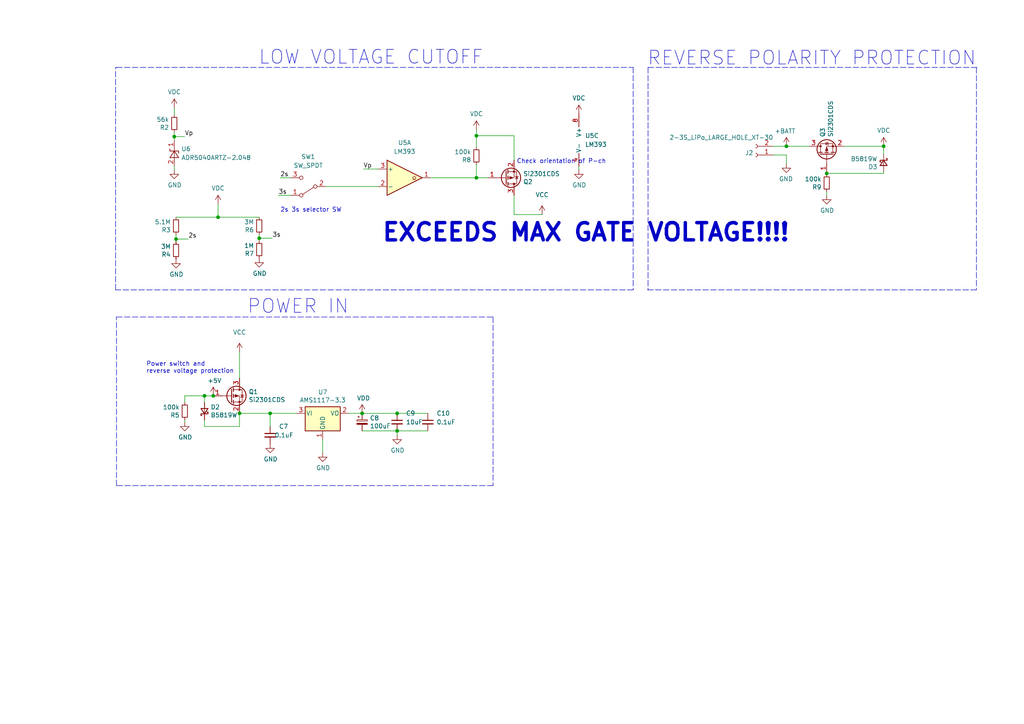
<source format=kicad_sch>
(kicad_sch (version 20211123) (generator eeschema)
  (paper "A4")
  (lib_symbols
    (symbol "Comparator:LM393" (pin_names (offset 0.127))
      (property "Reference" "U" (at 3.81 3.81 0))
      (property "Value" "LM393" (at 6.35 -3.81 0))
      (symbol "LM393_1_1"
        (polyline (pts (xy -5.08 5.08) (xy 5.08 0) (xy -5.08 -5.08) (xy -5.08 5.08)) (stroke (width 0.254)) (fill (type background)))
        (polyline (pts (xy 3.302 -0.508) (xy 2.794 -0.508) (xy 3.302 0) (xy 2.794 0.508) (xy 2.286 0) (xy 2.794 -0.508) (xy 2.286 -0.508)) (stroke (width 0.127)))
        (pin open_collector line (at 7.62 0 180) (length 2.54) (name "~") (number "1"))
        (pin input line (at -7.62 -2.54 0) (length 2.54) (name "-") (number "2"))
        (pin input line (at -7.62 2.54 0) (length 2.54) (name "+") (number "3"))
      )
      (symbol "LM393_2_1"
        (polyline (pts (xy -5.08 5.08) (xy 5.08 0) (xy -5.08 -5.08) (xy -5.08 5.08)) (stroke (width 0.254)) (fill (type background)))
        (polyline (pts (xy 3.302 -0.508) (xy 2.794 -0.508) (xy 3.302 0) (xy 2.794 0.508) (xy 2.286 0) (xy 2.794 -0.508) (xy 2.286 -0.508)) (stroke (width 0.127)))
        (pin input line (at -7.62 2.54 0) (length 2.54) (name "+") (number "5"))
        (pin input line (at -7.62 -2.54 0) (length 2.54) (name "_") (number "6"))
        (pin open_collector line (at 7.62 0 180) (length 2.54) (name "~") (number "7"))
      )
      (symbol "LM393_3_1"
        (pin power_in line (at -2.54 -7.62 90) (length 3.81) (name "V-") (number "4"))
        (pin power_in line (at -2.54 7.62 270) (length 3.81) (name "V+") (number "8"))
      )
    )
    (symbol "Connector:Conn_01x02_Female" (pin_names (offset 1.016) hide)
      (property "Reference" "J" (at 0 2.54 0))
      (property "Value" "Conn_01x02_Female" (at 0 -5.08 0))
      (symbol "Conn_01x02_Female_1_1"
        (arc (start 0 -2.032) (mid -0.508 -2.54) (end 0 -3.048) (stroke (width 0.1524)))
        (polyline (pts (xy -1.27 -2.54) (xy -0.508 -2.54)) (stroke (width 0.1524)))
        (polyline (pts (xy -1.27 0) (xy -0.508 0)) (stroke (width 0.1524)))
        (arc (start 0 0.508) (mid -0.508 0) (end 0 -0.508) (stroke (width 0.1524)))
        (pin passive line (at -5.08 0 0) (length 3.81) (name "Pin_1") (number "1"))
        (pin passive line (at -5.08 -2.54 0) (length 3.81) (name "Pin_2") (number "2"))
      )
    )
    (symbol "Device:CP_Small" (pin_numbers hide) (pin_names (offset 0.254) hide)
      (property "Reference" "C" (at 0.254 1.778 0))
      (property "Value" "Device_CP_Small" (at 0.254 -2.032 0))
      (symbol "CP_Small_0_1"
        (rectangle (start -1.524 -0.3048) (end 1.524 -0.6858) (fill (type outline)))
        (rectangle (start -1.524 0.6858) (end 1.524 0.3048))
        (polyline (pts (xy -1.27 1.524) (xy -0.762 1.524)))
        (polyline (pts (xy -1.016 1.27) (xy -1.016 1.778)))
      )
      (symbol "CP_Small_1_1"
        (pin passive line (at 0 2.54 270) (length 1.8542) (name "~") (number "1"))
        (pin passive line (at 0 -2.54 90) (length 1.8542) (name "~") (number "2"))
      )
    )
    (symbol "Device:C_Small" (pin_numbers hide) (pin_names (offset 0.254) hide)
      (property "Reference" "C" (at 0.254 1.778 0))
      (property "Value" "C_Small" (at 0.254 -2.032 0))
      (symbol "C_Small_0_1"
        (polyline (pts (xy -1.524 -0.508) (xy 1.524 -0.508)) (stroke (width 0.3302)))
        (polyline (pts (xy -1.524 0.508) (xy 1.524 0.508)) (stroke (width 0.3048)))
      )
      (symbol "C_Small_1_1"
        (pin passive line (at 0 2.54 270) (length 2.032) (name "~") (number "1"))
        (pin passive line (at 0 -2.54 90) (length 2.032) (name "~") (number "2"))
      )
    )
    (symbol "Device:D_Schottky_Small" (pin_numbers hide) (pin_names (offset 0.254) hide)
      (property "Reference" "D" (at -1.27 2.032 0))
      (property "Value" "D_Schottky_Small" (at -7.112 -2.032 0))
      (symbol "D_Schottky_Small_0_1"
        (polyline (pts (xy -0.762 0) (xy 0.762 0)))
        (polyline (pts (xy 0.762 -1.016) (xy -0.762 0) (xy 0.762 1.016) (xy 0.762 -1.016)) (stroke (width 0.254)))
        (polyline (pts (xy -1.27 0.762) (xy -1.27 1.016) (xy -0.762 1.016) (xy -0.762 -1.016) (xy -0.254 -1.016) (xy -0.254 -0.762)) (stroke (width 0.254)))
      )
      (symbol "D_Schottky_Small_1_1"
        (pin passive line (at -2.54 0 0) (length 1.778) (name "K") (number "1"))
        (pin passive line (at 2.54 0 180) (length 1.778) (name "A") (number "2"))
      )
    )
    (symbol "Device:R_Small" (pin_numbers hide) (pin_names (offset 0.254) hide)
      (property "Reference" "R" (at 0.762 0.508 0))
      (property "Value" "R_Small" (at 0.762 -1.016 0))
      (symbol "R_Small_0_1"
        (rectangle (start -0.762 1.778) (end 0.762 -1.778) (stroke (width 0.2032)))
      )
      (symbol "R_Small_1_1"
        (pin passive line (at 0 2.54 270) (length 0.762) (name "~") (number "1"))
        (pin passive line (at 0 -2.54 90) (length 0.762) (name "~") (number "2"))
      )
    )
    (symbol "Reference_Voltage:LM4040DBZ-2.0" (pin_names (offset 0.0254) hide)
      (property "Reference" "U" (at 0 2.54 0))
      (property "Value" "LM4040DBZ-2.0" (at 0 -3.175 0))
      (symbol "LM4040DBZ-2.0_0_1"
        (polyline (pts (xy -1.27 0) (xy 0 0) (xy 1.27 0)))
        (polyline (pts (xy -1.27 -1.27) (xy 0.635 0) (xy -1.27 1.27) (xy -1.27 -1.27)) (stroke (width 0.2032)))
        (polyline (pts (xy 0 -1.27) (xy 0.635 -1.27) (xy 0.635 1.27) (xy 1.27 1.27)) (stroke (width 0.2032)))
      )
      (symbol "LM4040DBZ-2.0_1_1"
        (pin passive line (at 3.81 0 180) (length 2.54) (name "K") (number "1"))
        (pin passive line (at -3.81 0 0) (length 2.54) (name "A") (number "2"))
      )
    )
    (symbol "Regulator_Linear:AMS1117-3.3" (pin_names (offset 0.254))
      (property "Reference" "U" (at -3.81 3.175 0))
      (property "Value" "AMS1117-3.3" (at 0 3.175 0))
      (symbol "AMS1117-3.3_0_1"
        (rectangle (start -5.08 -5.08) (end 5.08 1.905) (stroke (width 0.254)) (fill (type background)))
      )
      (symbol "AMS1117-3.3_1_1"
        (pin power_in line (at 0 -7.62 90) (length 2.54) (name "GND") (number "1"))
        (pin power_out line (at 7.62 0 180) (length 2.54) (name "VO") (number "2"))
        (pin power_in line (at -7.62 0 0) (length 2.54) (name "VI") (number "3"))
      )
    )
    (symbol "Switch:SW_SPDT" (pin_names (offset 0) hide)
      (property "Reference" "SW" (at 0 4.318 0))
      (property "Value" "SW_SPDT" (at 0 -5.08 0))
      (symbol "SW_SPDT_0_0"
        (circle (center -2.032 0) (radius 0.508))
        (circle (center 2.032 -2.54) (radius 0.508))
      )
      (symbol "SW_SPDT_0_1"
        (polyline (pts (xy -1.524 0.254) (xy 1.651 2.286)))
        (circle (center 2.032 2.54) (radius 0.508))
      )
      (symbol "SW_SPDT_1_1"
        (pin passive line (at 5.08 2.54 180) (length 2.54) (name "A") (number "1"))
        (pin passive line (at -5.08 0 0) (length 2.54) (name "B") (number "2"))
        (pin passive line (at 5.08 -2.54 180) (length 2.54) (name "C") (number "3"))
      )
    )
    (symbol "Transistor_FET:Si2319CDS" (pin_names hide)
      (property "Reference" "Q" (at 5.08 1.905 0))
      (property "Value" "Si2319CDS" (at 5.08 0 0))
      (symbol "Si2319CDS_0_1"
        (polyline (pts (xy 0.254 0) (xy -2.54 0)))
        (polyline (pts (xy 0.254 1.905) (xy 0.254 -1.905)) (stroke (width 0.254)))
        (polyline (pts (xy 0.762 -1.27) (xy 0.762 -2.286)) (stroke (width 0.254)))
        (polyline (pts (xy 0.762 0.508) (xy 0.762 -0.508)) (stroke (width 0.254)))
        (polyline (pts (xy 0.762 2.286) (xy 0.762 1.27)) (stroke (width 0.254)))
        (polyline (pts (xy 2.54 2.54) (xy 2.54 1.778)))
        (polyline (pts (xy 2.54 -2.54) (xy 2.54 0) (xy 0.762 0)))
        (polyline (pts (xy 0.762 1.778) (xy 3.302 1.778) (xy 3.302 -1.778) (xy 0.762 -1.778)))
        (polyline (pts (xy 2.286 0) (xy 1.27 0.381) (xy 1.27 -0.381) (xy 2.286 0)) (fill (type outline)))
        (polyline (pts (xy 2.794 -0.508) (xy 2.921 -0.381) (xy 3.683 -0.381) (xy 3.81 -0.254)))
        (polyline (pts (xy 3.302 -0.381) (xy 2.921 0.254) (xy 3.683 0.254) (xy 3.302 -0.381)))
        (circle (center 1.651 0) (radius 2.794) (stroke (width 0.254)))
        (circle (center 2.54 -1.778) (radius 0.254) (fill (type outline)))
        (circle (center 2.54 1.778) (radius 0.254) (fill (type outline)))
      )
      (symbol "Si2319CDS_1_1"
        (pin input line (at -5.08 0 0) (length 2.54) (name "G") (number "1"))
        (pin passive line (at 2.54 -5.08 90) (length 2.54) (name "S") (number "2"))
        (pin passive line (at 2.54 5.08 270) (length 2.54) (name "D") (number "3"))
      )
    )
    (symbol "power:+5V" (power) (pin_names (offset 0))
      (property "Value" "+5V" (at 0 3.556 0))
      (symbol "+5V_0_1"
        (polyline (pts (xy -0.762 1.27) (xy 0 2.54)))
        (polyline (pts (xy 0 0) (xy 0 2.54)))
        (polyline (pts (xy 0 2.54) (xy 0.762 1.27)))
      )
      (symbol "+5V_1_1"
        (pin power_in line (at 0 0 90) (length 0) hide (name "+5V") (number "1"))
      )
    )
    (symbol "power:+BATT" (power) (pin_names (offset 0))
      (property "Value" "+BATT" (at 0 3.556 0))
      (symbol "+BATT_0_1"
        (polyline (pts (xy -0.762 1.27) (xy 0 2.54)))
        (polyline (pts (xy 0 0) (xy 0 2.54)))
        (polyline (pts (xy 0 2.54) (xy 0.762 1.27)))
      )
      (symbol "+BATT_1_1"
        (pin power_in line (at 0 0 90) (length 0) hide (name "+BATT") (number "1"))
      )
    )
    (symbol "power:GND" (power) (pin_names (offset 0))
      (property "Value" "GND" (at 0 -3.81 0))
      (symbol "GND_0_1"
        (polyline (pts (xy 0 0) (xy 0 -1.27) (xy 1.27 -1.27) (xy 0 -2.54) (xy -1.27 -1.27) (xy 0 -1.27)))
      )
      (symbol "GND_1_1"
        (pin power_in line (at 0 0 270) (length 0) hide (name "GND") (number "1"))
      )
    )
    (symbol "power:VCC" (power) (pin_names (offset 0))
      (property "Value" "VCC" (at 0 3.81 0))
      (symbol "VCC_0_1"
        (polyline (pts (xy -0.762 1.27) (xy 0 2.54)))
        (polyline (pts (xy 0 0) (xy 0 2.54)))
        (polyline (pts (xy 0 2.54) (xy 0.762 1.27)))
      )
      (symbol "VCC_1_1"
        (pin power_in line (at 0 0 90) (length 0) hide (name "VCC") (number "1"))
      )
    )
    (symbol "power:VDC" (power) (pin_names (offset 0))
      (property "Value" "VDC" (at 0 6.35 0))
      (symbol "VDC_0_1"
        (polyline (pts (xy -0.762 1.27) (xy 0 2.54)))
        (polyline (pts (xy 0 0) (xy 0 2.54)))
        (polyline (pts (xy 0 2.54) (xy 0.762 1.27)))
      )
      (symbol "VDC_1_1"
        (pin power_in line (at 0 0 90) (length 0) hide (name "VDC") (number "1"))
      )
    )
    (symbol "power:VDD" (power) (pin_names (offset 0))
      (property "Value" "VDD" (at 0 3.81 0))
      (symbol "VDD_0_1"
        (polyline (pts (xy -0.762 1.27) (xy 0 2.54)))
        (polyline (pts (xy 0 0) (xy 0 2.54)))
        (polyline (pts (xy 0 2.54) (xy 0.762 1.27)))
      )
      (symbol "VDD_1_1"
        (pin power_in line (at 0 0 90) (length 0) hide (name "VDD") (number "1"))
      )
    )
  )
  (junction (at 69.469 119.888))
  (junction (at 115.189 124.968))
  (junction (at 59.309 114.808))
  (junction (at 239.776 50.292))
  (junction (at 51.054 69.342))
  (junction (at 75.184 69.088))
  (junction (at 256.286 42.418))
  (junction (at 138.176 51.562))
  (junction (at 105.029 119.888))
  (junction (at 78.359 119.888))
  (junction (at 228.092 42.418))
  (junction (at 63.246 62.992))
  (junction (at 138.176 39.37))
  (junction (at 115.189 119.888))
  (junction (at 50.546 39.624))
  (junction (at 61.849 114.808))
  (wire (pts (xy 149.098 62.23) (xy 157.226 62.23)))
  (wire (pts (xy 75.184 69.088) (xy 75.184 69.85)))
  (wire (pts (xy 54.61 69.342) (xy 51.054 69.342)))
  (wire (pts (xy 109.728 49.022) (xy 105.41 49.022)))
  (wire (pts (xy 239.776 55.626) (xy 239.776 56.642)))
  (wire (pts (xy 53.594 114.808) (xy 59.309 114.808)))
  (wire (pts (xy 124.079 124.968) (xy 115.189 124.968)))
  (wire (pts (xy 149.098 39.37) (xy 138.176 39.37)))
  (wire (pts (xy 75.184 69.088) (xy 78.994 69.088)))
  (wire (pts (xy 59.309 114.808) (xy 61.849 114.808)))
  (polyline (pts (xy 183.642 84.074) (xy 33.528 84.074)))
  (wire (pts (xy 63.246 59.182) (xy 63.246 62.992)))
  (wire (pts (xy 50.546 31.242) (xy 50.546 33.274)))
  (wire (pts (xy 101.219 119.888) (xy 105.029 119.888)))
  (wire (pts (xy 81.28 51.562) (xy 84.328 51.562)))
  (wire (pts (xy 78.359 119.888) (xy 85.979 119.888)))
  (polyline (pts (xy 283.21 84.074) (xy 187.706 84.074)))
  (wire (pts (xy 138.176 51.562) (xy 138.176 47.752)))
  (wire (pts (xy 80.772 56.642) (xy 84.328 56.642)))
  (wire (pts (xy 256.286 49.784) (xy 256.286 50.292)))
  (polyline (pts (xy 33.528 19.558) (xy 33.782 19.558)))
  (wire (pts (xy 53.594 116.713) (xy 53.594 114.808)))
  (wire (pts (xy 105.029 124.968) (xy 115.189 124.968)))
  (polyline (pts (xy 33.782 91.948) (xy 143.002 91.948)))
  (wire (pts (xy 78.359 119.888) (xy 78.359 123.698)))
  (polyline (pts (xy 33.782 19.558) (xy 183.642 19.558)))
  (wire (pts (xy 138.176 37.592) (xy 138.176 39.37)))
  (wire (pts (xy 228.092 44.958) (xy 224.282 44.958)))
  (wire (pts (xy 59.309 121.793) (xy 59.309 123.698)))
  (wire (pts (xy 51.054 68.072) (xy 51.054 69.342)))
  (wire (pts (xy 244.856 42.418) (xy 256.286 42.418)))
  (wire (pts (xy 50.546 48.26) (xy 50.546 49.276)))
  (wire (pts (xy 51.054 69.342) (xy 51.054 70.104)))
  (wire (pts (xy 75.184 62.992) (xy 63.246 62.992)))
  (wire (pts (xy 50.546 38.354) (xy 50.546 39.624)))
  (polyline (pts (xy 183.642 19.558) (xy 183.642 84.074)))
  (wire (pts (xy 239.776 50.292) (xy 239.776 50.546)))
  (polyline (pts (xy 143.002 91.948) (xy 143.002 140.843)))
  (wire (pts (xy 53.594 121.793) (xy 53.594 122.428)))
  (wire (pts (xy 105.029 119.888) (xy 115.189 119.888)))
  (wire (pts (xy 228.092 42.418) (xy 224.282 42.418)))
  (wire (pts (xy 228.092 42.418) (xy 234.696 42.418)))
  (wire (pts (xy 50.546 39.624) (xy 50.546 40.64)))
  (wire (pts (xy 124.968 51.562) (xy 138.176 51.562)))
  (wire (pts (xy 69.469 119.888) (xy 78.359 119.888)))
  (wire (pts (xy 50.546 39.624) (xy 53.594 39.624)))
  (wire (pts (xy 69.469 109.728) (xy 69.469 102.108)))
  (polyline (pts (xy 283.21 19.558) (xy 283.21 84.074)))
  (wire (pts (xy 69.469 123.698) (xy 69.469 119.888)))
  (wire (pts (xy 59.309 114.808) (xy 59.309 116.713)))
  (wire (pts (xy 94.488 54.102) (xy 109.728 54.102)))
  (wire (pts (xy 149.098 56.642) (xy 149.098 62.23)))
  (wire (pts (xy 256.286 42.418) (xy 256.286 44.704)))
  (wire (pts (xy 138.176 51.562) (xy 141.478 51.562)))
  (wire (pts (xy 93.599 127.508) (xy 93.599 131.318)))
  (wire (pts (xy 149.098 46.482) (xy 149.098 39.37)))
  (wire (pts (xy 115.189 119.888) (xy 124.079 119.888)))
  (wire (pts (xy 59.309 123.698) (xy 69.469 123.698)))
  (polyline (pts (xy 187.96 19.558) (xy 283.464 19.558)))
  (wire (pts (xy 115.189 126.238) (xy 115.189 124.968)))
  (polyline (pts (xy 143.002 140.843) (xy 33.782 140.843)))
  (wire (pts (xy 75.184 68.072) (xy 75.184 69.088)))
  (wire (pts (xy 51.054 62.992) (xy 63.246 62.992)))
  (polyline (pts (xy 33.782 140.843) (xy 33.782 91.948)))
  (wire (pts (xy 167.894 48.26) (xy 167.894 49.276)))
  (polyline (pts (xy 187.96 19.558) (xy 187.96 84.074)))
  (wire (pts (xy 239.776 50.292) (xy 256.286 50.292)))
  (polyline (pts (xy 33.528 84.074) (xy 33.528 19.558)))
  (wire (pts (xy 239.776 50.038) (xy 239.776 50.292)))
  (wire (pts (xy 138.176 39.37) (xy 138.176 42.672)))
  (wire (pts (xy 228.092 44.958) (xy 228.092 47.498)))
  (text "EXCEEDS MAX GATE VOLTAGE!!!!" (at 110.49 70.485 0) (effects (font (size 5 5) (thickness 1) bold) (justify left bottom)))
  (text "Power switch and \nreverse voltage protection" (at 42.418 108.458 0) (effects (font (size 1.27 1.27)) (justify left bottom)))
  (text "LOW VOLTAGE CUTOFF" (at 74.93 19.05 0) (effects (font (size 3.9878 3.9878)) (justify left bottom)))
  (text "Check orientation of P-ch" (at 149.86 47.625 0) (effects (font (size 1.27 1.27)) (justify left bottom)))
  (text "REVERSE POLARITY PROTECTION" (at 187.706 19.304 0) (effects (font (size 3.9878 3.9878)) (justify left bottom)))
  (text "2s 3s selector SW" (at 81.28 61.722 0) (effects (font (size 1.27 1.27)) (justify left bottom)))
  (text "POWER IN" (at 71.628 91.313 0) (effects (font (size 3.9878 3.9878)) (justify left bottom)))
  (label "2s" (at 54.61 69.342 0))
  (label "Vp" (at 53.594 39.624 0))
  (label "3s" (at 80.772 56.642 0))
  (label "2s" (at 81.28 51.562 0))
  (label "3s" (at 78.994 69.088 0))
  (label "Vp" (at 105.41 49.022 0))
  (symbol (lib_id "power:+BATT") (at 228.092 42.418 0) (mirror y) (unit 1)
    (property "Reference" "#PWR0132" (effects hide))
    (property "Value" "+BATT" (at 227.711 38.0238 0))
  )
  (symbol (lib_id "power:VCC") (at 157.226 62.23 0) (unit 1)
    (property "Reference" "#PWR0128" (effects hide))
    (property "Value" "VCC" (at 157.226 56.515 0))
  )
  (symbol (lib_id "Device:R_Small") (at 51.054 72.644 180) (unit 1)
    (property "Reference" "R4" (at 49.5554 73.8124 0) (effects (justify left)))
    (property "Value" "3M" (at 49.5554 71.501 0) (effects (justify left)))
    (property "Footprint" "Resistor_SMD:R_0603_1608Metric" (effects hide))
  )
  (symbol (lib_id "power:GND") (at 53.594 122.428 0) (unit 1)
    (property "Reference" "#PWR0115" (effects hide))
    (property "Value" "GND" (at 53.721 126.8222 0))
  )
  (symbol (lib_id "Device:C_Small") (at 78.359 126.238 0) (unit 1)
    (property "Reference" "C7" (at 80.899 123.698 0) (effects (justify left)))
    (property "Value" "0.1uF" (at 79.629 126.238 0) (effects (justify left)))
    (property "Footprint" "Capacitor_SMD:C_0603_1608Metric" (effects hide))
  )
  (symbol (lib_id "Reference_Voltage:LM4040DBZ-2.0") (at 50.546 44.45 90) (unit 1)
    (property "Reference" "U6" (at 52.578 43.1799 90) (effects (justify right)))
    (property "Value" "ADR5040ARTZ-2.048" (at 52.578 45.7199 90) (effects (justify right)))
    (property "Footprint" "Local_footprints:Analog_Devices-ADR5040ARTZ-REEL7-Level_C" (effects hide))
    (property "Datasheet" "http://www.analog.com/static/imported-files/data_sheets/ADR5040_5041_5043_5044_5045.pdf" (effects hide))
  )
  (symbol (lib_id "power:VDC") (at 63.246 59.182 0) (unit 1)
    (property "Reference" "#PWR0122" (effects hide))
    (property "Value" "VDC" (at 63.246 54.61 0))
  )
  (symbol (lib_id "Device:D_Schottky_Small") (at 256.286 47.244 270) (unit 1)
    (property "Reference" "D3" (at 254.508 48.4124 90) (effects (justify right)))
    (property "Value" "B5819W" (at 254.508 46.101 90) (effects (justify right)))
    (property "Footprint" "Diode_SMD:D_SOD-123" (effects hide))
  )
  (symbol (lib_id "power:VDC") (at 167.894 33.02 0) (unit 1)
    (property "Reference" "#PWR0123" (effects hide))
    (property "Value" "VDC" (at 167.894 28.448 0))
  )
  (symbol (lib_id "power:+5V") (at 61.849 114.808 0) (unit 1)
    (property "Reference" "#PWR0116" (effects hide))
    (property "Value" "+5V" (at 62.23 110.4138 0))
  )
  (symbol (lib_id "Device:R_Small") (at 50.546 35.814 180) (unit 1)
    (property "Reference" "R2" (at 49.0474 36.9824 0) (effects (justify left)))
    (property "Value" "56k" (at 49.0474 34.671 0) (effects (justify left)))
    (property "Footprint" "Resistor_SMD:R_0603_1608Metric" (effects hide))
  )
  (symbol (lib_id "Device:C_Small") (at 115.189 122.428 0) (unit 1)
    (property "Reference" "C9" (at 117.729 119.888 0) (effects (justify left)))
    (property "Value" "10uF" (at 117.729 122.428 0) (effects (justify left)))
    (property "Footprint" "Capacitor_SMD:C_0603_1608Metric" (effects hide))
  )
  (symbol (lib_id "Comparator:LM393") (at 170.434 40.64 0) (unit 3)
    (property "Reference" "U5" (at 169.672 39.3699 0) (effects (justify left)))
    (property "Value" "LM393" (at 169.672 41.9099 0) (effects (justify left)))
    (property "Footprint" "Local_footprints:LM393DR2G" (effects hide))
    (property "Datasheet" "http://www.ti.com/lit/ds/symlink/lm393.pdf" (effects hide))
  )
  (symbol (lib_id "Comparator:LM393") (at 117.348 51.562 0) (unit 1)
    (property "Reference" "U5" (at 117.348 41.402 0))
    (property "Value" "LM393" (at 117.348 43.942 0))
    (property "Footprint" "Local_footprints:LM393DR2G" (effects hide))
    (property "Datasheet" "http://www.ti.com/lit/ds/symlink/lm393.pdf" (effects hide))
  )
  (symbol (lib_id "Transistor_FET:Si2319CDS") (at 146.558 51.562 0) (mirror x) (unit 1)
    (property "Reference" "Q2" (at 151.7396 52.7304 0) (effects (justify left)))
    (property "Value" "Si2301CDS" (at 151.7396 50.419 0) (effects (justify left)))
    (property "Footprint" "Package_TO_SOT_SMD:SOT-23" (effects hide))
    (property "Datasheet" "http://www.vishay.com/docs/66709/si2319cd.pdf" (effects hide))
  )
  (symbol (lib_id "Device:C_Small") (at 124.079 122.428 0) (unit 1)
    (property "Reference" "C10" (at 126.619 119.888 0) (effects (justify left)))
    (property "Value" "0.1uF" (at 126.619 122.428 0) (effects (justify left)))
    (property "Footprint" "Capacitor_SMD:C_0603_1608Metric" (effects hide))
  )
  (symbol (lib_id "power:GND") (at 78.359 128.778 0) (unit 1)
    (property "Reference" "#PWR0114" (effects hide))
    (property "Value" "GND" (at 78.486 133.1722 0))
  )
  (symbol (lib_id "Device:R_Small") (at 51.054 65.532 180) (unit 1)
    (property "Reference" "R3" (at 49.5554 66.7004 0) (effects (justify left)))
    (property "Value" "5.1M" (at 49.5554 64.389 0) (effects (justify left)))
    (property "Footprint" "Resistor_SMD:R_0603_1608Metric" (effects hide))
  )
  (symbol (lib_id "power:GND") (at 93.599 131.318 0) (unit 1)
    (property "Reference" "#PWR0119" (effects hide))
    (property "Value" "GND" (at 93.726 135.7122 0))
  )
  (symbol (lib_id "Transistor_FET:Si2319CDS") (at 239.776 44.958 90) (unit 1)
    (property "Reference" "Q3" (at 238.6076 39.7764 0) (effects (justify left)))
    (property "Value" "Si2301CDS" (at 240.919 39.7764 0) (effects (justify left)))
    (property "Footprint" "Package_TO_SOT_SMD:SOT-23" (effects hide))
    (property "Datasheet" "http://www.vishay.com/docs/66709/si2319cd.pdf" (effects hide))
  )
  (symbol (lib_id "power:VDD") (at 105.029 119.888 0) (unit 1)
    (property "Reference" "#PWR0118" (effects hide))
    (property "Value" "VDD" (at 105.41 115.4938 0))
  )
  (symbol (lib_id "power:GND") (at 75.184 74.93 0) (unit 1)
    (property "Reference" "#PWR0121" (effects hide))
    (property "Value" "GND" (at 75.311 79.3242 0))
  )
  (symbol (lib_id "power:GND") (at 228.092 47.498 0) (mirror y) (unit 1)
    (property "Reference" "#PWR0133" (effects hide))
    (property "Value" "GND" (at 227.965 51.8922 0))
  )
  (symbol (lib_id "Device:R_Small") (at 239.776 53.086 180) (unit 1)
    (property "Reference" "R9" (at 238.2774 54.2544 0) (effects (justify left)))
    (property "Value" "100k" (at 238.2774 51.943 0) (effects (justify left)))
    (property "Footprint" "Resistor_SMD:R_0603_1608Metric" (effects hide))
  )
  (symbol (lib_id "power:VDC") (at 138.176 37.592 0) (unit 1)
    (property "Reference" "#PWR0124" (effects hide))
    (property "Value" "VDC" (at 138.176 33.02 0))
  )
  (symbol (lib_id "power:VDC") (at 256.286 42.418 0) (unit 1)
    (property "Reference" "#PWR0131" (effects hide))
    (property "Value" "VDC" (at 256.286 37.846 0))
  )
  (symbol (lib_id "Device:R_Small") (at 75.184 65.532 180) (unit 1)
    (property "Reference" "R6" (at 73.6854 66.7004 0) (effects (justify left)))
    (property "Value" "3M" (at 73.6854 64.389 0) (effects (justify left)))
    (property "Footprint" "Resistor_SMD:R_0603_1608Metric" (effects hide))
  )
  (symbol (lib_id "Device:R_Small") (at 53.594 119.253 180) (unit 1)
    (property "Reference" "R5" (at 52.0954 120.4214 0) (effects (justify left)))
    (property "Value" "100k" (at 52.0954 118.11 0) (effects (justify left)))
    (property "Footprint" "Resistor_SMD:R_0603_1608Metric" (effects hide))
  )
  (symbol (lib_id "Device:R_Small") (at 75.184 72.39 180) (unit 1)
    (property "Reference" "R7" (at 73.6854 73.5584 0) (effects (justify left)))
    (property "Value" "1M" (at 73.6854 71.247 0) (effects (justify left)))
    (property "Footprint" "Resistor_SMD:R_0603_1608Metric" (effects hide))
  )
  (symbol (lib_id "power:GND") (at 50.546 49.276 0) (unit 1)
    (property "Reference" "#PWR0127" (effects hide))
    (property "Value" "GND" (at 50.673 53.6702 0))
  )
  (symbol (lib_id "power:GND") (at 51.054 75.184 0) (unit 1)
    (property "Reference" "#PWR0125" (effects hide))
    (property "Value" "GND" (at 51.181 79.5782 0))
  )
  (symbol (lib_id "Transistor_FET:Si2319CDS") (at 66.929 114.808 0) (unit 1)
    (property "Reference" "Q1" (at 72.1106 113.6396 0) (effects (justify left)))
    (property "Value" "Si2301CDS" (at 72.1106 115.951 0) (effects (justify left)))
    (property "Footprint" "Package_TO_SOT_SMD:SOT-23" (effects hide))
    (property "Datasheet" "http://www.vishay.com/docs/66709/si2319cd.pdf" (effects hide))
  )
  (symbol (lib_id "power:VCC") (at 69.469 102.108 0) (unit 1)
    (property "Reference" "#PWR0117" (effects hide))
    (property "Value" "VCC" (at 69.469 96.393 0))
  )
  (symbol (lib_id "power:VDC") (at 50.546 31.242 0) (unit 1)
    (property "Reference" "#PWR0126" (effects hide))
    (property "Value" "VDC" (at 50.546 26.67 0))
  )
  (symbol (lib_id "power:GND") (at 167.894 49.276 0) (unit 1)
    (property "Reference" "#PWR0129" (effects hide))
    (property "Value" "GND" (at 168.021 53.6702 0))
  )
  (symbol (lib_id "Device:R_Small") (at 138.176 45.212 180) (unit 1)
    (property "Reference" "R8" (at 136.6774 46.3804 0) (effects (justify left)))
    (property "Value" "100k" (at 136.6774 44.069 0) (effects (justify left)))
    (property "Footprint" "Resistor_SMD:R_0603_1608Metric" (effects hide))
  )
  (symbol (lib_id "Connector:Conn_01x02_Female") (at 219.202 44.958 180) (unit 1)
    (property "Reference" "J2" (at 218.4908 44.3484 0) (effects (justify left)))
    (property "Value" "2-3S_LiPo_LARGE_HOLE_XT-30" (at 224.282 39.878 0) (effects (justify left)))
    (property "Footprint" "Connector_AMASS:AMASS_XT30PW-M_1x02_P2.50mm_Horizontal" (effects hide))
  )
  (symbol (lib_id "Switch:SW_SPDT") (at 89.408 54.102 180) (unit 1)
    (property "Reference" "SW1" (at 89.408 45.466 0))
    (property "Value" "SW_SPDT" (at 89.408 48.006 0))
    (property "Footprint" "Local_footprints:SSSS811101" (effects hide))
  )
  (symbol (lib_id "Device:D_Schottky_Small") (at 59.309 119.253 90) (unit 1)
    (property "Reference" "D2" (at 61.087 118.0846 90) (effects (justify right)))
    (property "Value" "B5819W" (at 61.087 120.396 90) (effects (justify right)))
    (property "Footprint" "Diode_SMD:D_SOD-123" (effects hide))
  )
  (symbol (lib_id "power:GND") (at 115.189 126.238 0) (unit 1)
    (property "Reference" "#PWR0120" (effects hide))
    (property "Value" "GND" (at 115.316 130.6322 0))
  )
  (symbol (lib_id "Device:CP_Small") (at 105.029 122.428 0) (unit 1)
    (property "Reference" "C8" (at 107.2642 121.2596 0) (effects (justify left)))
    (property "Value" "100uF" (at 107.2642 123.571 0) (effects (justify left)))
    (property "Footprint" "Capacitor_Tantalum_SMD:CP_EIA-3528-21_Kemet-B" (effects hide))
  )
  (symbol (lib_id "Regulator_Linear:AMS1117-3.3") (at 93.599 119.888 0) (unit 1)
    (property "Reference" "U7" (at 93.599 113.7412 0))
    (property "Value" "AMS1117-3.3" (at 93.599 116.0526 0))
    (property "Footprint" "Package_TO_SOT_SMD:SOT-223-3_TabPin2" (effects hide))
    (property "Datasheet" "http://www.advanced-monolithic.com/pdf/ds1117.pdf" (effects hide))
  )
  (symbol (lib_id "power:GND") (at 239.776 56.642 0) (unit 1)
    (property "Reference" "#PWR0130" (effects hide))
    (property "Value" "GND" (at 239.903 61.0362 0))
  )
)
</source>
